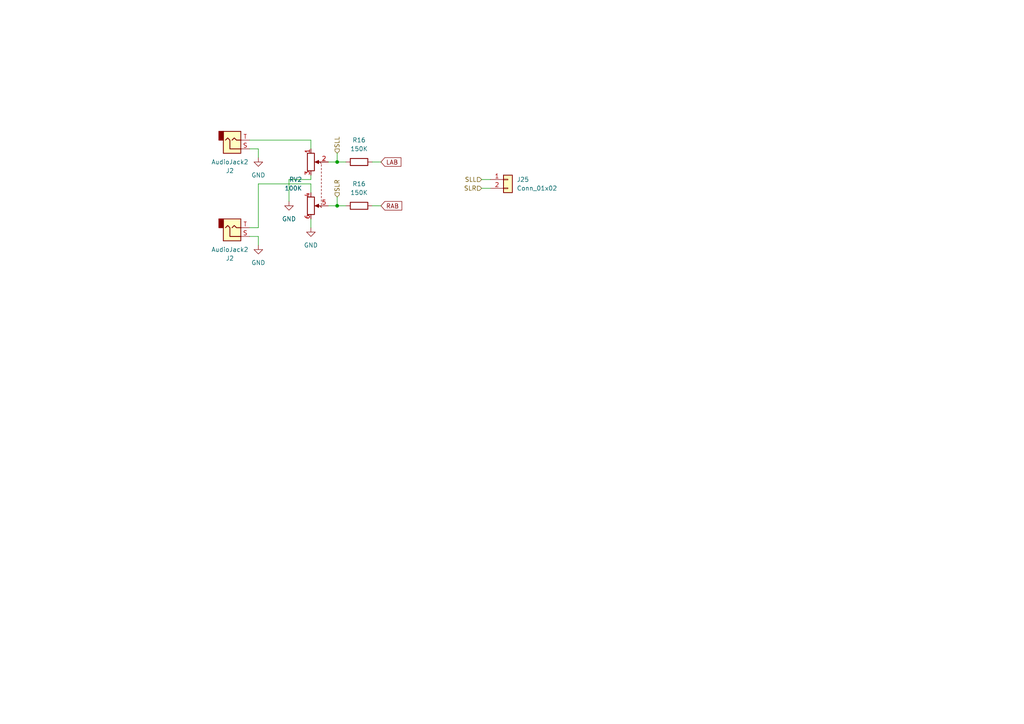
<source format=kicad_sch>
(kicad_sch (version 20230121) (generator eeschema)
  (paper "A4")
  (lib_symbols
    (symbol "Connector-github:AudioJack2"
      (property "Reference" "J" (at 0 8.89 0))
      (property "Value" "AudioJack2" (at 0 6.35 0))
      (symbol "AudioJack2_0_1"
        (rectangle (start -3.81 0) (end -2.54 -2.54) (stroke (width 0.254)) (fill (type outline)))
        (rectangle (start -2.54 3.81) (end 2.54 -2.54) (stroke (width 0.254)) (fill (type background)))
        (polyline (pts (xy 0 0) (xy 0.635 -0.635) (xy 1.27 0) (xy 2.54 0)) (stroke (width 0.254)))
        (polyline (pts (xy 2.54 2.54) (xy -0.635 2.54) (xy -0.635 0) (xy -1.27 -0.635) (xy -1.905 0)) (stroke (width 0.254)))
      )
      (symbol "AudioJack2_1_1"
        (pin passive line (at 5.08 2.54 180) (length 2.54) (name "~") (number "S"))
        (pin passive line (at 5.08 0 180) (length 2.54) (name "~") (number "T"))
      )
    )
    (symbol "Connector_Generic:Conn_01x02" (pin_names (offset 1.016) hide)
      (property "Reference" "J" (at 0 2.54 0))
      (property "Value" "Conn_01x02" (at 0 -5.08 0))
      (symbol "Conn_01x02_1_1"
        (rectangle (start -1.27 -2.413) (end 0 -2.667) (stroke (width 0.1524)))
        (rectangle (start -1.27 0.127) (end 0 -0.127) (stroke (width 0.1524)))
        (rectangle (start -1.27 1.27) (end 1.27 -3.81) (stroke (width 0.254)) (fill (type background)))
        (pin passive line (at -5.08 0 0) (length 3.81) (name "Pin_1") (number "1"))
        (pin passive line (at -5.08 -2.54 0) (length 3.81) (name "Pin_2") (number "2"))
      )
    )
    (symbol "Device:R" (pin_numbers hide) (pin_names (offset 0))
      (property "Reference" "R" (at 2.032 0 90))
      (property "Value" "R" (at 0 0 90))
      (symbol "R_0_1"
        (rectangle (start -1.016 -2.54) (end 1.016 2.54) (stroke (width 0.254)))
      )
      (symbol "R_1_1"
        (pin passive line (at 0 3.81 270) (length 1.27) (name "~") (number "1"))
        (pin passive line (at 0 -3.81 90) (length 1.27) (name "~") (number "2"))
      )
    )
    (symbol "Device:R_Potentiometer_Dual" (pin_names (offset 1.016) hide)
      (property "Reference" "RV" (at 0 3.81 0))
      (property "Value" "R_Potentiometer_Dual" (at 0 1.905 0))
      (symbol "R_Potentiometer_Dual_0_1"
        (rectangle (start -8.89 -1.524) (end -3.81 -3.556) (stroke (width 0.254)))
        (polyline (pts (xy -6.35 0) (xy -6.35 -1.016)))
        (polyline (pts (xy -6.35 0) (xy -6.35 -1.016)))
        (polyline (pts (xy -6.35 0) (xy -5.842 0.508)))
        (polyline (pts (xy -5.588 0.508) (xy -5.08 0.508)))
        (polyline (pts (xy -4.572 0.508) (xy -4.064 0.508)))
        (polyline (pts (xy -3.556 0.508) (xy -3.048 0.508)))
        (polyline (pts (xy -2.54 0.508) (xy -2.032 0.508)))
        (polyline (pts (xy -1.524 0.508) (xy -1.016 0.508)))
        (polyline (pts (xy -0.508 0.508) (xy 0 0.508)))
        (polyline (pts (xy 0.508 0.508) (xy 1.016 0.508)))
        (polyline (pts (xy 1.524 0.508) (xy 2.032 0.508)))
        (polyline (pts (xy 2.54 0.508) (xy 3.048 0.508)))
        (polyline (pts (xy 3.556 0.508) (xy 4.064 0.508)))
        (polyline (pts (xy 4.572 0.508) (xy 5.08 0.508)))
        (polyline (pts (xy 5.588 0.508) (xy 6.096 0.508)))
        (polyline (pts (xy 6.35 0) (xy 6.35 -1.016)))
        (polyline (pts (xy 6.35 0) (xy 6.35 -1.016)))
        (polyline (pts (xy 6.604 0.508) (xy 6.858 0.508) (xy 6.35 0)))
        (polyline (pts (xy -6.35 -1.397) (xy -6.858 -0.254) (xy -5.842 -0.254) (xy -6.35 -1.397)) (fill (type outline)))
        (polyline (pts (xy 6.35 -1.397) (xy 5.842 -0.254) (xy 6.858 -0.254) (xy 6.35 -1.397)) (fill (type outline)))
        (rectangle (start 3.81 -1.524) (end 8.89 -3.556) (stroke (width 0.254)))
      )
      (symbol "R_Potentiometer_Dual_1_1"
        (pin passive line (at -10.16 -2.54 0) (length 1.27) (name "1") (number "1"))
        (pin passive line (at -6.35 2.54 270) (length 2.54) (name "2") (number "2"))
        (pin passive line (at -2.54 -2.54 180) (length 1.27) (name "3") (number "3"))
        (pin passive line (at 2.54 -2.54 0) (length 1.27) (name "4") (number "4"))
        (pin passive line (at 6.35 2.54 270) (length 2.54) (name "5") (number "5"))
        (pin passive line (at 10.16 -2.54 180) (length 1.27) (name "6") (number "6"))
      )
    )
    (symbol "power:GND" (power) (pin_names (offset 0))
      (property "Value" "GND" (at 0 -3.81 0))
      (symbol "GND_0_1"
        (polyline (pts (xy 0 0) (xy 0 -1.27) (xy 1.27 -1.27) (xy 0 -2.54) (xy -1.27 -1.27) (xy 0 -1.27)))
      )
      (symbol "GND_1_1"
        (pin power_in line (at 0 0 270) (length 0) hide (name "GND") (number "1"))
      )
    )
  )
  (junction (at 97.79 46.99))
  (junction (at 97.79 59.69))
  (wire (pts (xy 72.39 40.64) (xy 90.17 40.64)))
  (wire (pts (xy 72.39 66.04) (xy 74.93 66.04)))
  (wire (pts (xy 74.93 53.34) (xy 90.17 53.34)))
  (wire (pts (xy 72.39 68.58) (xy 74.93 68.58)))
  (wire (pts (xy 72.39 43.18) (xy 74.93 43.18)))
  (wire (pts (xy 90.17 63.5) (xy 90.17 66.04)))
  (wire (pts (xy 97.79 46.99) (xy 100.33 46.99)))
  (wire (pts (xy 74.93 68.58) (xy 74.93 71.12)))
  (wire (pts (xy 90.17 52.07) (xy 83.82 52.07)))
  (wire (pts (xy 83.82 52.07) (xy 83.82 58.42)))
  (wire (pts (xy 107.95 46.99) (xy 110.49 46.99)))
  (wire (pts (xy 97.79 59.69) (xy 100.33 59.69)))
  (wire (pts (xy 95.25 59.69) (xy 97.79 59.69)))
  (wire (pts (xy 90.17 50.8) (xy 90.17 52.07)))
  (wire (pts (xy 90.17 40.64) (xy 90.17 43.18)))
  (wire (pts (xy 107.95 59.69) (xy 110.49 59.69)))
  (wire (pts (xy 95.25 46.99) (xy 97.79 46.99)))
  (wire (pts (xy 97.79 44.45) (xy 97.79 46.99)))
  (wire (pts (xy 90.17 53.34) (xy 90.17 55.88)))
  (wire (pts (xy 74.93 43.18) (xy 74.93 45.72)))
  (wire (pts (xy 97.79 57.15) (xy 97.79 59.69)))
  (wire (pts (xy 139.7 52.07) (xy 142.24 52.07)))
  (wire (pts (xy 139.7 54.61) (xy 142.24 54.61)))
  (wire (pts (xy 74.93 66.04) (xy 74.93 53.34)))
  (global_label "LAB" (shape input) (at 110.49 46.99 0) (property "Intersheetrefs" "${INTERSHEET_REFS}" (effects hide)))
  (global_label "RAB" (shape input) (at 110.49 59.69 0) (property "Intersheetrefs" "${INTERSHEET_REFS}" (effects hide)))
  (hierarchical_label "SLL" (shape input) (at 97.79 44.45 90))
  (hierarchical_label "SLR" (shape input) (at 139.7 54.61 180))
  (hierarchical_label "SLR" (shape input) (at 97.79 57.15 90))
  (hierarchical_label "SLL" (shape input) (at 139.7 52.07 180))
  (symbol (lib_id "Connector-github:AudioJack2") (at 67.31 66.04 0) (mirror x) (unit 1) (on_board no)
    (property "Reference" "J2" (at 66.675 74.93 0))
    (property "Value" "AudioJack2" (at 66.675 72.39 0))
    (instances (project "Mixer" (path "" (reference "J2") (unit 1)) (path "" (reference "J1") (unit 1)) (path "" (reference "J3") (unit 1)) (path "" (reference "J4") (unit 1)) (path "" (reference "J8") (unit 1)) (path "" (reference "J6") (unit 1)) (path "" (reference "J12") (unit 1)) (path "" (reference "J10") (unit 1))))
  )
  (symbol (lib_id "power:GND") (at 74.93 71.12 0) (unit 1)
    (property "Reference" "#PWR034" (effects hide))
    (property "Value" "GND" (at 74.93 76.2 0))
    (instances (project "Mixer" (path "" (reference "#PWR034") (unit 1)) (path "" (reference "#PWR030") (unit 1)) (path "" (reference "#PWR042") (unit 1)) (path "" (reference "#PWR038") (unit 1))))
  )
  (symbol (lib_id "Connector-github:AudioJack2") (at 67.31 40.64 0) (mirror x) (unit 1) (on_board no)
    (property "Reference" "J2" (at 66.675 49.53 0))
    (property "Value" "AudioJack2" (at 66.675 46.99 0))
    (instances (project "Mixer" (path "" (reference "J2") (unit 1)) (path "" (reference "J1") (unit 1)) (path "" (reference "J3") (unit 1)) (path "" (reference "J4") (unit 1)) (path "" (reference "J7") (unit 1)) (path "" (reference "J5") (unit 1)) (path "" (reference "J11") (unit 1)) (path "" (reference "J9") (unit 1))))
  )
  (symbol (lib_id "power:GND") (at 83.82 58.42 0) (unit 1)
    (property "Reference" "#PWR035" (effects hide))
    (property "Value" "GND" (at 83.82 63.5 0))
    (instances (project "Mixer" (path "" (reference "#PWR035") (unit 1)) (path "" (reference "#PWR031") (unit 1)) (path "" (reference "#PWR043") (unit 1)) (path "" (reference "#PWR039") (unit 1))))
  )
  (symbol (lib_id "Device:R") (at 104.14 46.99 90) (unit 1)
    (property "Reference" "R16" (at 104.14 40.64 90))
    (property "Value" "150K" (at 104.14 43.18 90))
    (property "Footprint" "Library:R_Axial_DIN0207_L6.3mm_D2.5mm_P7.62mm_Horizontal" (effects hide))
    (instances (project "Mixer" (path "" (reference "R16") (unit 1)) (path "" (reference "R6") (unit 1)) (path "" (reference "R26") (unit 1)) (path "" (reference "R36") (unit 1)) (path "" (reference "R43") (unit 1)) (path "" (reference "R41") (unit 1)) (path "" (reference "R47") (unit 1)) (path "" (reference "R45") (unit 1))))
  )
  (symbol (lib_id "power:GND") (at 74.93 45.72 0) (unit 1)
    (property "Reference" "#PWR033" (effects hide))
    (property "Value" "GND" (at 74.93 50.8 0))
    (instances (project "Mixer" (path "" (reference "#PWR033") (unit 1)) (path "" (reference "#PWR029") (unit 1)) (path "" (reference "#PWR041") (unit 1)) (path "" (reference "#PWR037") (unit 1))))
  )
  (symbol (lib_id "Device:R") (at 104.14 59.69 90) (unit 1)
    (property "Reference" "R16" (at 104.14 53.34 90))
    (property "Value" "150K" (at 104.14 55.88 90))
    (property "Footprint" "Library:R_Axial_DIN0207_L6.3mm_D2.5mm_P7.62mm_Horizontal" (effects hide))
    (instances (project "Mixer" (path "" (reference "R16") (unit 1)) (path "" (reference "R6") (unit 1)) (path "" (reference "R26") (unit 1)) (path "" (reference "R36") (unit 1)) (path "" (reference "R44") (unit 1)) (path "" (reference "R42") (unit 1)) (path "" (reference "R48") (unit 1)) (path "" (reference "R46") (unit 1))))
  )
  (symbol (lib_id "Connector_Generic:Conn_01x02") (at 147.32 52.07 0) (unit 1)
    (property "Reference" "J25" (at 149.86 52.07 0) (effects (justify left)))
    (property "Value" "Conn_01x02" (at 149.86 54.61 0) (effects (justify left)))
    (property "Footprint" "Connector_PinHeader_2.54mm:PinHeader_1x02_P2.54mm_Vertical" (effects hide))
    (instances (project "Mixer" (path "" (reference "J25") (unit 1)) (path "" (reference "J26") (unit 1))))
  )
  (symbol (lib_id "Device:R_Potentiometer_Dual") (at 92.71 53.34 270) (unit 1) (on_board no)
    (property "Reference" "RV2" (at 87.63 52.07 90) (effects (justify right)))
    (property "Value" "100K" (at 87.63 54.61 90) (effects (justify right)))
    (instances (project "Mixer" (path "" (reference "RV2") (unit 1)) (path "" (reference "RV1") (unit 1)) (path "" (reference "RV4") (unit 1)) (path "" (reference "RV3") (unit 1))))
  )
  (symbol (lib_id "power:GND") (at 90.17 66.04 0) (unit 1)
    (property "Reference" "#PWR036" (effects hide))
    (property "Value" "GND" (at 90.17 71.12 0))
    (instances (project "Mixer" (path "" (reference "#PWR036") (unit 1)) (path "" (reference "#PWR032") (unit 1)) (path "" (reference "#PWR044") (unit 1)) (path "" (reference "#PWR040") (unit 1))))
  )
)
</source>
